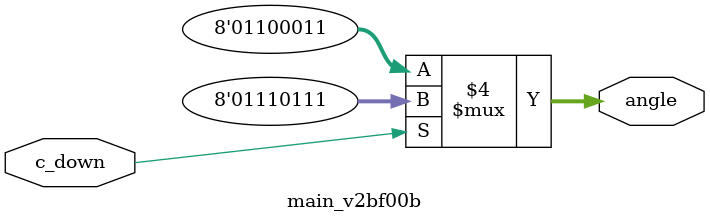
<source format=v>

`default_nettype none

module main #(
 parameter v0ae405 = 8'd10,
 parameter v6ec67c = 8'd127,
 parameter vf6d84e = 8'h40,
 parameter v275834 = 80_000_000,
 parameter v350f57 = 8'hbf,
 parameter vef23c1 = 200_000,
 parameter v77874e = 0,
 parameter vd6e0a6 = 0,
 parameter v8a0d75 = 0,
 parameter vbfa150 = 255,
 parameter v48f44c = 255,
 parameter v5e4ec8 = 255,
 parameter v6dc2ee = 110,
 parameter vaa573c = 127
) (
 input v3948cc,
 input vclk,
 output v319115,
 output va69428,
 output v4013e7,
 output v8357d7,
 output [0:6] vinit
);
 localparam p1 = v275834;
 localparam p3 = vef23c1;
 localparam p5 = v77874e;
 localparam p6 = vbfa150;
 localparam p7 = vaa573c;
 localparam p9 = v48f44c;
 localparam p10 = vd6e0a6;
 localparam p11 = vaa573c;
 localparam p12 = v5e4ec8;
 localparam p13 = v8a0d75;
 localparam p15 = v6dc2ee;
 localparam p17 = v6ec67c;
 localparam p18 = vf6d84e;
 localparam p19 = v350f57;
 localparam p30 = v0ae405;
 wire w0;
 wire w2;
 wire w4;
 wire w8;
 wire w14;
 wire w16;
 wire w20;
 wire w21;
 wire [0:7] w22;
 wire [0:7] w23;
 wire [0:7] w24;
 wire [0:7] w25;
 wire [0:7] w26;
 wire w27;
 wire w28;
 wire [0:7] w29;
 wire [0:7] w31;
 wire w32;
 wire w33;
 wire w34;
 wire w35;
 wire w36;
 wire w37;
 wire w38;
 assign v319115 = w4;
 assign v4013e7 = w8;
 assign v8357d7 = w14;
 assign w20 = v3948cc;
 assign va69428 = w27;
 assign w34 = vclk;
 assign w35 = vclk;
 assign w36 = vclk;
 assign w37 = vclk;
 assign w38 = vclk;
 assign w26 = w25;
 assign w28 = w27;
 assign w32 = w16;
 assign w33 = w16;
 assign w33 = w32;
 assign w35 = w34;
 assign w36 = w34;
 assign w36 = w35;
 assign w37 = w34;
 assign w37 = w35;
 assign w37 = w36;
 assign w38 = w34;
 assign w38 = w35;
 assign w38 = w36;
 assign w38 = w37;
 v2003b1 #(
  .veca477(p3)
 ) v4d1718 (
  .v22d3e8(w21),
  .vc04c2e(w34)
 );
 v589d01 #(
  .v79a04d(p5),
  .v65ff05(p6),
  .vc78345(p7)
 ) v0db72c (
  .v8aec2f(w4),
  .v3984b5(w25),
  .v4e3a3a(w33),
  .vc27e17(w35)
 );
 v2003b1 #(
  .veca477(p1)
 ) v9b05a6 (
  .v22d3e8(w2),
  .vc04c2e(w36)
 );
 v589d01 #(
  .v65ff05(p9),
  .v79a04d(p10),
  .vc78345(p11)
 ) v6e6cda (
  .v8aec2f(w8),
  .v3984b5(w26),
  .v4e3a3a(w32),
  .vc27e17(w37)
 );
 v70ff7f vc69fb4 (
  .vef4cea(w0),
  .vb55943(w2),
  .vc24d9f(w16)
 );
 v3e6c24 v02bc91 (
  .v608bd9(w0)
 );
 v589d01 #(
  .v65ff05(p12),
  .v79a04d(p13),
  .vc78345(p15)
 ) veeeca6 (
  .v8aec2f(w14),
  .v4e3a3a(w16),
  .v3984b5(w29),
  .vc27e17(w38)
 );
 v36d45a #(
  .vc5c8ea(p17)
 ) v481981 (
  .v7d356d(w22)
 );
 v36d45a #(
  .vc5c8ea(p18)
 ) v047ae1 (
  .v7d356d(w23)
 );
 v36d45a #(
  .vc5c8ea(p19)
 ) vb360aa (
  .v7d356d(w24)
 );
 va1b138 vf6141c (
  .v26bbef(w20),
  .v21a20e(w21),
  .v80e965(w22),
  .v8071e6(w23),
  .v9ec8c5(w24),
  .vcff1aa(w25),
  .ve29c69(w27),
  .v71e3cf(w31)
 );
 main_v2bf00b v2bf00b (
  .c_down(w28),
  .angle(w29)
 );
 v36d45a #(
  .vc5c8ea(p30)
 ) v6d63a7 (
  .v7d356d(w31)
 );
 assign vinit = 7'b0000000;
endmodule

module v2003b1 #(
 parameter veca477 = 12_000_000
) (
 input vc04c2e,
 output v22d3e8
);
 localparam p2 = veca477;
 wire w0;
 wire w1;
 assign w0 = vc04c2e;
 assign v22d3e8 = w1;
 v2003b1_v3805f2 #(
  .M_in(p2)
 ) v3805f2 (
  .clk(w0),
  .clk_out(w1)
 );
endmodule

module v2003b1_v3805f2 #(
 parameter M_in = 0
) (
 input clk,
 output clk_out
);
 //-- module bomba_x1(input wire clk, output wire clk_1hz)
 
 //-- Bombeo de bits de periodo regular a X Hz (Dictado por M y N)
 
 //-- Constante para dividir y obtener una frecuencia de  X Hz
 parameter M = M_in;
 
 //-- Calcular el numero de bits para almacenar M
 localparam N = $clog2(M);
 
 //-- Registro del divisor
 reg [N-1:0] divcounter;
 
 //-- Contador modulo M. tras M pulsos de reloj vuelve a 0
 always @(posedge clk)
   divcounter <= (divcounter == M - 1) ? 0 : divcounter + 1;
 
 //-- Obtener la señal de X Hz. La señal no tiene ciclo del 50%
 wire clk_doublehz;
 assign clk_doublehz = divcounter[N-1]; 
 
 //-- Usamos un biestable T para dividir entre 2 y obtener una señal
 //-- de X Hz y ciclo del 50%
 reg T = 0;
 always @(posedge clk_doublehz)
   T <= ~T;
   
 //-- Señal de salida de 1Hz y ciclo del 50%
 assign clk_out = T;
   
 //endmodule
endmodule

module v589d01 #(
 parameter v79a04d = 8'h00,
 parameter v65ff05 = 8'hFF,
 parameter vc78345 = 8'h7F
) (
 input vc27e17,
 input [0:7] v3984b5,
 input v4e3a3a,
 output v8aec2f
);
 localparam p1 = v65ff05;
 localparam p2 = v79a04d;
 localparam p3 = vc78345;
 wire w0;
 wire w4;
 wire w5;
 wire [0:7] w6;
 assign v8aec2f = w0;
 assign w4 = vc27e17;
 assign w5 = v4e3a3a;
 assign w6 = v3984b5;
 v589d01_v815aa1 #(
  .in_max_angle(p1),
  .in_min_angle(p2),
  .in_home_pos(p3)
 ) v815aa1 (
  .servo(w0),
  .clk(w4),
  .enable_mov(w5),
  .bitpos(w6)
 );
endmodule

module v589d01_v815aa1 #(
 parameter in_min_angle = 0,
 parameter in_max_angle = 0,
 parameter in_home_pos = 0
) (
 input clk,
 input [7:0] bitpos,
 input enable_mov,
 output servo
);
 //-- ServoBit-180
 
 //-- Control de un servo Futaba 3003
 //-- con un bit. Se mueve a dos posiciones
 //-- Si enable movement está 0, el servo se mantiene en la posición "home_pos"
 //-- que se corresonden con 0 / 1
 //-- El angulo total recorrido es de 180 grados
 
 //-- ENTRADAS:
 //--  clk: Señal del sistema (12Mhz)
 //--  bitpos: Bit de posicion (0 - posicion derecha, 1 - posicion izquierda)
      
 //   Bitpos 0   Bitpos 1
 //    ___          ___
 //   | o---->  <----o |
 //   |   |        |   |
 //   |___|        |___|
 
 //-- SALIDAS:
 //-- servo : Señal PWM para controlar el servo
 
 //-- Constantes para el angulo DEL servo
 localparam ANG_0   = 8'h01;
 localparam ANG_45=8'h39;
 localparam ANG_90 = 8'h5F;
 localparam ANG_135=8'hAB;
 localparam ANG_180=8'hE0;
 localparam ANG_120=8'h5F;
 
 parameter min_angle =in_min_angle;
 parameter max_angle =in_max_angle;
 parameter home_pos=in_home_pos;
 
 //-- Posicion del servo cuando el
 //-- bit de entrada es 0
 //-- La corona del servo mira a la derecha
 localparam BIT0 = min_angle;
 
 //-- Posicion el servo cuando el BIT
 //-- de entrada es 1
 //-- La corona del servo mira a la izquierda
 localparam BIT1 = max_angle;
 
 //--Posicion del servo neutra o home
 localparam BITH=home_pos;
 
 
 //-- Posicion de 8 bits del servo
 reg [7:0] pos;
 
 //-- Asignar la posicion de 8 bits
 //-- segun si lo recibido es 0 ó 1 o segun si el enable_mov está activado
 always @(posedge clk)
     begin
     if (enable_mov ==0)
         begin
            pos<=BITH;
         end   
     else if (bitpos>BIT1)
         begin
            pos<=BIT1;
         end
     else if (bitpos<BIT0)
         begin
            pos<=BIT0;
         end
     else
         begin
            pos<=bitpos;
         end
     end
 
 
 //always @(posedge clk)
 //  begin//pos <= bitpos ? BIT1 : BIT0;
 //    if (enable_mov ==0)
 //       pos<=BITH;
 //    else if (bitpos==0)
 //       pos<=BIT0;
 //    else
 //       pos<=BIT1;
 //  end  
   
 //---
 //--- ServoMotor 
 
 //-- M es el valor del divisor para
 //-- obtener tics de M / 12.0 micro-segundos
 localparam M = 94; 
 localparam N = $clog2(M);
 
 //-- Contador para generar los tics
 reg [N-1:0] divcounter = 0;
 
 //-- Flag para indicar que un tic
 //-- ha ocurrido
 reg tic = 0;
 
 //-- Generacion de los tics. Cada
 //-- M ciclos del reloj se genera 1
 always @(posedge clk)
  tic <= (divcounter == M - 2);
 
 //-- Contador modulo M
 always @(posedge clk)
  if (tic)
    divcounter <= 0;
  else
    divcounter <= divcounter + 1;
 
 //-- Contador de la posicion del 
 //-- servo
 reg [10:0] angle_counter = 0;
 
 //-- A la posicion destino hay que
 //-- sumarle un offset, correspondiente
 //-- a los 0.3ms de la posicion inicial
 wire [8:0] pose = {1'b0, pos} + 9'd46;
 
 //-- Con cada tic se incrementa el
 //-- contador de angulo del servo
 always @(posedge clk)
  if (tic)
    angle_counter <= angle_counter + 1;
 
 //-- Cuando el contador es menor que el 
 //-- valor objetivo, la señal de PWM
 //-- del servo se pone 1, y 0 en 
 //-- caso contrario
 
 reg servo;
 
 always @(posedge clk) begin
  servo <= (angle_counter < {2'b00, pose});
  end
 
 
 
 
endmodule

module v70ff7f (
 input vb55943,
 input vef4cea,
 output vc24d9f
);
 wire w0;
 wire w1;
 wire w2;
 assign w0 = vef4cea;
 assign w1 = vb55943;
 assign vc24d9f = w2;
 v70ff7f_v526aa2 v526aa2 (
  .d(w0),
  .clk(w1),
  .q(w2)
 );
endmodule

module v70ff7f_v526aa2 (
 input clk,
 input d,
 output q
);
 // D flip-flop
 
 reg q = 1'b0;
 
 always @(posedge clk)
 begin
   q <= d;
 end
 
 
endmodule

module v3e6c24 (
 output v608bd9
);
 wire w0;
 assign v608bd9 = w0;
 v3e6c24_v68c173 v68c173 (
  .v(w0)
 );
endmodule

module v3e6c24_v68c173 (
 output v
);
 // Bit 1
 
 assign v = 1'b1;
endmodule

module v36d45a #(
 parameter vc5c8ea = 8'h00
) (
 output [7:0] v7d356d
);
 localparam p1 = vc5c8ea;
 wire [0:7] w0;
 assign v7d356d = w0;
 v36d45a_v465065 #(
  .V(p1)
 ) v465065 (
  .k(w0)
 );
endmodule

module v36d45a_v465065 #(
 parameter V = 0
) (
 output [7:0] k
);
 assign k = V;
endmodule

module va1b138 (
 input v21a20e,
 input [7:0] v80e965,
 input v26bbef,
 input [7:0] v71e3cf,
 input [7:0] v8071e6,
 input [7:0] v9ec8c5,
 output [7:0] vcff1aa,
 output ve29c69
);
 wire w0;
 wire w1;
 wire w2;
 wire w3;
 wire w4;
 wire [0:7] w5;
 wire w6;
 wire w7;
 wire [0:7] w8;
 wire [0:7] w9;
 wire [0:7] w10;
 wire [0:7] w11;
 wire w12;
 assign w4 = v21a20e;
 assign w5 = v80e965;
 assign w6 = v26bbef;
 assign w7 = v21a20e;
 assign w8 = v71e3cf;
 assign w9 = v8071e6;
 assign w10 = v9ec8c5;
 assign vcff1aa = w11;
 assign ve29c69 = w12;
 assign w7 = w4;
 v493ea8 v41e751 (
  .vcbab45(w0),
  .v0e28cb(w3),
  .v3ca442(w6)
 );
 ve543ae v38a488 (
  .v74a653(w1),
  .vc6ae1f(w2),
  .vd7ce19(w4)
 );
 v725b7e vcd26cc (
  .v9fb85f(w1)
 );
 v0ec077 v161325 (
  .v4b5bc2(w2),
  .v25ee73(w3)
 );
 va1b138_vcd2561 vcd2561 (
  .reset(w0),
  .center(w5),
  .cnt(w7),
  .sum_value(w8),
  .min_v(w9),
  .max_v(w10),
  .value(w11),
  .ow(w12)
 );
endmodule

module va1b138_vcd2561 (
 input cnt,
 input [7:0] center,
 input reset,
 input [7:0] sum_value,
 input [7:0] min_v,
 input [7:0] max_v,
 output [7:0] value,
 output ow
);
 /*
 
 Oscillator Counter
 
 
 Created by Julián Caro Linares
 
 jcarolinares@gmail.co,
 */
 
 
 
 
 reg value;
 reg c_down;
 
 
 
 always @(posedge cnt)
     
     if (reset==1)
         value<=center;
     else if (value>=max_v && c_down==0)
             c_down<=1;
     else if (value<=min_v && c_down==1)
             c_down<=0;
     else
         if (c_down==0)
             value<=value+sum_value;
         else
             value<=value-sum_value;
 
 assign ow=c_down;
endmodule

module v493ea8 (
 input v0e28cb,
 input v3ca442,
 output vcbab45
);
 wire w0;
 wire w1;
 wire w2;
 wire w3;
 wire w4;
 assign w0 = v0e28cb;
 assign w1 = v3ca442;
 assign vcbab45 = w2;
 v0ec077 v1a413a (
  .v4b5bc2(w0),
  .v25ee73(w3)
 );
 v0ec077 v6168dd (
  .v4b5bc2(w1),
  .v25ee73(w4)
 );
 v4b9553 vdb792a (
  .vcbab45(w2),
  .v0e28cb(w3),
  .v3ca442(w4)
 );
endmodule

module v0ec077 (
 input v4b5bc2,
 output v25ee73
);
 wire w0;
 wire w1;
 wire w2;
 assign v25ee73 = w0;
 assign w1 = v4b5bc2;
 assign w2 = v4b5bc2;
 assign w2 = w1;
 v4b9553 vdf6feb (
  .vcbab45(w0),
  .v0e28cb(w1),
  .v3ca442(w2)
 );
endmodule

module v4b9553 (
 input v0e28cb,
 input v3ca442,
 output vcbab45
);
 wire w0;
 wire w1;
 wire w2;
 assign w0 = v0e28cb;
 assign w1 = v3ca442;
 assign vcbab45 = w2;
 v4b9553_vf4938a vf4938a (
  .a(w0),
  .b(w1),
  .c(w2)
 );
 v44391c vf4114c (
 
 );
 v44391c vec8c80 (
 
 );
endmodule

module v4b9553_vf4938a (
 input a,
 input b,
 output c
);
 // NAND logic gate
 
 assign c = ~(a & b);
endmodule

module v44391c
;
 v74d69b v949c82 (
 
 );
 v74d69b ve0f5c7 (
 
 );
endmodule

module v74d69b
;
 vef9670 vdb7477 (
 
 );
 vef9670 v826842 (
 
 );
 vef9670 vdc9b55 (
 
 );
 vef9670 vea688b (
 
 );
endmodule

module vef9670
;
 v8450b0 vd09707 (
 
 );
 v8450b0 v38def6 (
 
 );
 v8450b0 v0c6e31 (
 
 );
 v8450b0 v3071e7 (
 
 );
 v8450b0 vca3873 (
 
 );
endmodule

module v8450b0
;

endmodule

module ve543ae #(
 parameter v3c760f = 0
) (
 input vd7ce19,
 input v74a653,
 output vc6ae1f
);
 localparam p1 = v3c760f;
 wire w0;
 wire w2;
 wire w3;
 assign vc6ae1f = w0;
 assign w2 = vd7ce19;
 assign w3 = v74a653;
 v77050b #(
  .v38488b(p1)
 ) v767db1 (
  .vc24d9f(w0),
  .vb55943(w2),
  .vef4cea(w3)
 );
endmodule

module v77050b #(
 parameter v38488b = 0
) (
 input vb55943,
 input vef4cea,
 output vc24d9f
);
 localparam p3 = v38488b;
 wire w0;
 wire w1;
 wire w2;
 assign w0 = vef4cea;
 assign w1 = vb55943;
 assign vc24d9f = w2;
 v77050b_v526aa2 #(
  .DINI(p3)
 ) v526aa2 (
  .d(w0),
  .clk(w1),
  .q(w2)
 );
endmodule

module v77050b_v526aa2 #(
 parameter DINI = 0
) (
 input clk,
 input d,
 output q
);
 // D flip-flop
 // parameter DINI = 0;
 
 reg q = DINI;
 
 always @(posedge clk)
   q <= d;
   
 
 
endmodule

module v725b7e (
 output v9fb85f
);
 wire w0;
 assign v9fb85f = w0;
 v725b7e_vb2eccd vb2eccd (
  .q(w0)
 );
endmodule

module v725b7e_vb2eccd (
 output q
);
 //-- Bit constante a 1
 assign q = 1'b1;
 
 
endmodule

module main_v2bf00b (
 input c_down,
 output [7:0] angle
);
 reg angle;
 
 always@ (c_down)
 begin
     if (c_down==1)
         angle<=8'h77;
     else
         angle<=8'h63;
 
 end
endmodule

</source>
